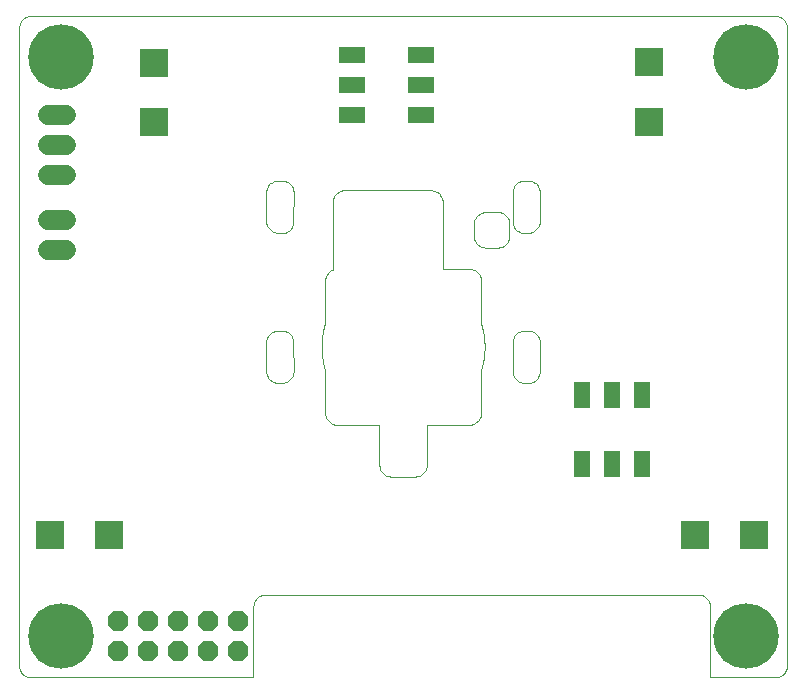
<source format=gbs>
G75*
%MOIN*%
%OFA0B0*%
%FSLAX25Y25*%
%IPPOS*%
%LPD*%
%AMOC8*
5,1,8,0,0,1.08239X$1,22.5*
%
%ADD10C,0.00004*%
%ADD11C,0.21800*%
%ADD12OC8,0.06800*%
%ADD13C,0.06800*%
%ADD14R,0.09400X0.09400*%
%ADD15R,0.05800X0.08800*%
%ADD16R,0.08800X0.05800*%
D10*
X0003842Y0003667D02*
X0004027Y0003504D01*
X0004223Y0003352D01*
X0004428Y0003213D01*
X0004640Y0003087D01*
X0004861Y0002975D01*
X0005088Y0002877D01*
X0005320Y0002793D01*
X0005558Y0002724D01*
X0005799Y0002670D01*
X0006044Y0002631D01*
X0006290Y0002608D01*
X0006537Y0002600D01*
X0080693Y0002600D01*
X0080691Y0026222D01*
X0080696Y0026428D01*
X0080750Y0026906D01*
X0080863Y0027373D01*
X0081031Y0027823D01*
X0081253Y0028250D01*
X0081525Y0028646D01*
X0081844Y0029006D01*
X0082204Y0029324D01*
X0082600Y0029597D01*
X0083026Y0029819D01*
X0083477Y0029987D01*
X0083944Y0030099D01*
X0084422Y0030154D01*
X0228978Y0030159D01*
X0229389Y0030137D01*
X0229863Y0030058D01*
X0230324Y0029922D01*
X0230765Y0029730D01*
X0231180Y0029486D01*
X0231561Y0029193D01*
X0231904Y0028856D01*
X0232203Y0028480D01*
X0232454Y0028070D01*
X0232654Y0027633D01*
X0232798Y0027174D01*
X0232885Y0026702D01*
X0232915Y0026222D01*
X0232915Y0002600D01*
X0254569Y0002600D01*
X0254816Y0002608D01*
X0255062Y0002631D01*
X0255306Y0002670D01*
X0255548Y0002724D01*
X0255785Y0002793D01*
X0256018Y0002877D01*
X0256245Y0002975D01*
X0256465Y0003087D01*
X0256678Y0003213D01*
X0256883Y0003352D01*
X0257078Y0003504D01*
X0257263Y0003667D01*
X0257439Y0003842D01*
X0257602Y0004027D01*
X0257754Y0004223D01*
X0257893Y0004428D01*
X0258019Y0004640D01*
X0258131Y0004861D01*
X0258229Y0005088D01*
X0258313Y0005320D01*
X0258382Y0005558D01*
X0258436Y0005799D01*
X0258474Y0006044D01*
X0258498Y0006290D01*
X0258506Y0006537D01*
X0258506Y0219135D01*
X0258498Y0219383D01*
X0258474Y0219629D01*
X0258436Y0219873D01*
X0258382Y0220115D01*
X0258313Y0220352D01*
X0258229Y0220585D01*
X0258131Y0220812D01*
X0258019Y0221032D01*
X0257893Y0221245D01*
X0257754Y0221450D01*
X0257602Y0221645D01*
X0257439Y0221830D01*
X0257263Y0222006D01*
X0257078Y0222169D01*
X0256883Y0222320D01*
X0256678Y0222459D01*
X0256465Y0222585D01*
X0256245Y0222698D01*
X0256018Y0222796D01*
X0255785Y0222880D01*
X0255548Y0222949D01*
X0255306Y0223003D01*
X0255062Y0223041D01*
X0254816Y0223065D01*
X0254569Y0223072D01*
X0006537Y0223072D01*
X0006290Y0223065D01*
X0006044Y0223041D01*
X0005799Y0223003D01*
X0005558Y0222949D01*
X0005320Y0222880D01*
X0005088Y0222796D01*
X0004861Y0222698D01*
X0004640Y0222585D01*
X0004428Y0222459D01*
X0004223Y0222320D01*
X0004027Y0222169D01*
X0003842Y0222006D01*
X0003667Y0221830D01*
X0003504Y0221645D01*
X0003352Y0221450D01*
X0003213Y0221245D01*
X0003087Y0221032D01*
X0002975Y0220812D01*
X0002877Y0220585D01*
X0002793Y0220352D01*
X0002724Y0220115D01*
X0002670Y0219873D01*
X0002631Y0219629D01*
X0002608Y0219383D01*
X0002600Y0219135D01*
X0002600Y0006537D01*
X0002608Y0006290D01*
X0002631Y0006044D01*
X0002670Y0005799D01*
X0002724Y0005558D01*
X0002793Y0005320D01*
X0002877Y0005088D01*
X0002975Y0004861D01*
X0003087Y0004640D01*
X0003213Y0004428D01*
X0003352Y0004223D01*
X0003504Y0004027D01*
X0003667Y0003842D01*
X0003842Y0003667D01*
X0086336Y0101696D02*
X0085993Y0102033D01*
X0085694Y0102409D01*
X0085443Y0102819D01*
X0085243Y0103256D01*
X0085099Y0103715D01*
X0085011Y0104187D01*
X0084982Y0104667D01*
X0084984Y0114450D01*
X0085030Y0114928D01*
X0085135Y0115398D01*
X0085295Y0115851D01*
X0085509Y0116281D01*
X0085775Y0116682D01*
X0086087Y0117048D01*
X0086441Y0117372D01*
X0086833Y0117651D01*
X0087255Y0117881D01*
X0087702Y0118057D01*
X0088168Y0118177D01*
X0088644Y0118240D01*
X0090100Y0118250D01*
X0090306Y0118244D01*
X0090784Y0118190D01*
X0091251Y0118078D01*
X0091701Y0117909D01*
X0092128Y0117687D01*
X0092524Y0117415D01*
X0092884Y0117096D01*
X0093202Y0116736D01*
X0093475Y0116340D01*
X0093696Y0115914D01*
X0093865Y0115464D01*
X0093977Y0114996D01*
X0094031Y0114519D01*
X0094035Y0104530D01*
X0093989Y0104051D01*
X0093885Y0103582D01*
X0093724Y0103129D01*
X0093509Y0102698D01*
X0093244Y0102298D01*
X0092932Y0101932D01*
X0092578Y0101607D01*
X0092186Y0101328D01*
X0091764Y0101099D01*
X0091317Y0100923D01*
X0090851Y0100802D01*
X0090375Y0100740D01*
X0088919Y0100730D01*
X0088507Y0100752D01*
X0088033Y0100831D01*
X0087572Y0100967D01*
X0087131Y0101159D01*
X0086717Y0101403D01*
X0086336Y0101696D01*
X0104194Y0106264D02*
X0104083Y0106725D01*
X0103981Y0107188D01*
X0103887Y0107653D01*
X0103800Y0108119D01*
X0103722Y0108587D01*
X0103652Y0109056D01*
X0103590Y0109526D01*
X0103536Y0109996D01*
X0103491Y0110469D01*
X0103454Y0110941D01*
X0103425Y0111415D01*
X0103404Y0111888D01*
X0103391Y0112362D01*
X0103387Y0112836D01*
X0103391Y0113310D01*
X0103404Y0113784D01*
X0103425Y0114258D01*
X0103454Y0114731D01*
X0103491Y0115204D01*
X0103536Y0115676D01*
X0103590Y0116147D01*
X0103652Y0116617D01*
X0103722Y0117086D01*
X0103800Y0117554D01*
X0103887Y0118020D01*
X0103981Y0118484D01*
X0104083Y0118947D01*
X0104194Y0119408D01*
X0104313Y0119867D01*
X0104440Y0120324D01*
X0104570Y0120765D01*
X0104569Y0134883D01*
X0104574Y0135089D01*
X0104628Y0135567D01*
X0104741Y0136034D01*
X0104909Y0136485D01*
X0105131Y0136911D01*
X0105403Y0137307D01*
X0105722Y0137667D01*
X0106082Y0137986D01*
X0106478Y0138258D01*
X0106904Y0138480D01*
X0107133Y0138565D01*
X0107128Y0161065D01*
X0107133Y0161270D01*
X0107187Y0161748D01*
X0107300Y0162216D01*
X0107468Y0162666D01*
X0107690Y0163092D01*
X0107962Y0163488D01*
X0108281Y0163848D01*
X0108641Y0164167D01*
X0109037Y0164439D01*
X0109463Y0164661D01*
X0109913Y0164830D01*
X0110381Y0164942D01*
X0110859Y0164996D01*
X0139805Y0165002D01*
X0140216Y0164980D01*
X0140690Y0164901D01*
X0141151Y0164764D01*
X0141592Y0164572D01*
X0142006Y0164328D01*
X0142387Y0164036D01*
X0142730Y0163699D01*
X0143030Y0163323D01*
X0143281Y0162913D01*
X0143480Y0162476D01*
X0143625Y0162017D01*
X0143712Y0161544D01*
X0143742Y0161065D01*
X0143742Y0138819D01*
X0152600Y0138820D01*
X0153011Y0138799D01*
X0153485Y0138720D01*
X0153946Y0138583D01*
X0154387Y0138391D01*
X0154802Y0138147D01*
X0155183Y0137855D01*
X0155526Y0137518D01*
X0155825Y0137142D01*
X0156076Y0136732D01*
X0156276Y0136294D01*
X0156420Y0135836D01*
X0156507Y0135363D01*
X0156537Y0134883D01*
X0156537Y0120759D01*
X0156666Y0120324D01*
X0156793Y0119867D01*
X0156911Y0119408D01*
X0157022Y0118947D01*
X0157124Y0118484D01*
X0157219Y0118020D01*
X0157306Y0117554D01*
X0157383Y0117086D01*
X0157454Y0116617D01*
X0157516Y0116147D01*
X0157569Y0115676D01*
X0157615Y0115204D01*
X0157652Y0114731D01*
X0157681Y0114258D01*
X0157702Y0113784D01*
X0157714Y0113310D01*
X0157718Y0112836D01*
X0157714Y0112362D01*
X0157702Y0111888D01*
X0157681Y0111415D01*
X0157652Y0110941D01*
X0157615Y0110469D01*
X0157569Y0109996D01*
X0157516Y0109526D01*
X0157454Y0109056D01*
X0157383Y0108587D01*
X0157306Y0108119D01*
X0157219Y0107653D01*
X0157124Y0107188D01*
X0157022Y0106725D01*
X0156911Y0106264D01*
X0156793Y0105805D01*
X0156666Y0105348D01*
X0156537Y0104914D01*
X0156537Y0090789D01*
X0156531Y0090583D01*
X0156477Y0090106D01*
X0156365Y0089638D01*
X0156196Y0089188D01*
X0155975Y0088761D01*
X0155702Y0088365D01*
X0155384Y0088005D01*
X0155024Y0087687D01*
X0154628Y0087414D01*
X0154201Y0087193D01*
X0153751Y0087024D01*
X0153283Y0086912D01*
X0152806Y0086857D01*
X0138488Y0086856D01*
X0138427Y0086837D01*
X0138427Y0073466D01*
X0138421Y0073260D01*
X0138367Y0072783D01*
X0138255Y0072315D01*
X0138086Y0071865D01*
X0137865Y0071439D01*
X0137592Y0071043D01*
X0137274Y0070682D01*
X0136913Y0070364D01*
X0136517Y0070091D01*
X0136091Y0069870D01*
X0135641Y0069701D01*
X0135173Y0069589D01*
X0134696Y0069535D01*
X0126616Y0069529D01*
X0126410Y0069535D01*
X0125932Y0069589D01*
X0125465Y0069701D01*
X0125015Y0069870D01*
X0124588Y0070091D01*
X0124192Y0070364D01*
X0123832Y0070682D01*
X0123513Y0071043D01*
X0123241Y0071439D01*
X0123019Y0071865D01*
X0122851Y0072315D01*
X0122739Y0072783D01*
X0122684Y0073260D01*
X0122683Y0086836D01*
X0122624Y0086854D01*
X0108506Y0086852D01*
X0108300Y0086857D01*
X0107822Y0086912D01*
X0107355Y0087024D01*
X0106904Y0087193D01*
X0106478Y0087414D01*
X0106082Y0087687D01*
X0105722Y0088005D01*
X0105403Y0088365D01*
X0105131Y0088761D01*
X0104909Y0089188D01*
X0104741Y0089638D01*
X0104628Y0090106D01*
X0104574Y0090583D01*
X0104572Y0104901D01*
X0104440Y0105348D01*
X0104313Y0105805D01*
X0104194Y0106264D01*
X0091251Y0150902D02*
X0090784Y0150790D01*
X0090306Y0150735D01*
X0090100Y0150730D01*
X0088644Y0150739D01*
X0088168Y0150802D01*
X0087702Y0150923D01*
X0087255Y0151099D01*
X0086833Y0151328D01*
X0086441Y0151607D01*
X0086087Y0151932D01*
X0085775Y0152298D01*
X0085509Y0152698D01*
X0085295Y0153129D01*
X0085135Y0153582D01*
X0085030Y0154051D01*
X0084984Y0154530D01*
X0084982Y0164313D01*
X0085011Y0164792D01*
X0085099Y0165265D01*
X0085243Y0165723D01*
X0085443Y0166161D01*
X0085694Y0166570D01*
X0085993Y0166947D01*
X0086336Y0167284D01*
X0086717Y0167576D01*
X0087131Y0167820D01*
X0087572Y0168012D01*
X0088033Y0168148D01*
X0088507Y0168228D01*
X0088919Y0168250D01*
X0090375Y0168240D01*
X0090851Y0168177D01*
X0091317Y0168057D01*
X0091764Y0167881D01*
X0092186Y0167651D01*
X0092578Y0167372D01*
X0092932Y0167047D01*
X0093244Y0166682D01*
X0093509Y0166281D01*
X0093724Y0165851D01*
X0093885Y0165398D01*
X0093989Y0164928D01*
X0094035Y0164450D01*
X0094031Y0154461D01*
X0093977Y0153983D01*
X0093865Y0153516D01*
X0093696Y0153066D01*
X0093475Y0152639D01*
X0093202Y0152243D01*
X0092884Y0151883D01*
X0092524Y0151565D01*
X0092128Y0151292D01*
X0091701Y0151070D01*
X0091251Y0150902D01*
X0154180Y0149638D02*
X0154175Y0153781D01*
X0154180Y0153987D01*
X0154235Y0154465D01*
X0154347Y0154932D01*
X0154515Y0155382D01*
X0154737Y0155809D01*
X0155009Y0156205D01*
X0155328Y0156565D01*
X0155688Y0156883D01*
X0156084Y0157156D01*
X0156511Y0157378D01*
X0156961Y0157546D01*
X0157428Y0157658D01*
X0157906Y0157713D01*
X0162049Y0157718D01*
X0162460Y0157696D01*
X0162934Y0157617D01*
X0163395Y0157481D01*
X0163836Y0157289D01*
X0164250Y0157045D01*
X0164632Y0156752D01*
X0164974Y0156415D01*
X0165274Y0156039D01*
X0165525Y0155630D01*
X0165724Y0155192D01*
X0165869Y0154733D01*
X0165956Y0154261D01*
X0165986Y0153781D01*
X0165986Y0149844D01*
X0165980Y0149638D01*
X0165926Y0149160D01*
X0165814Y0148693D01*
X0165645Y0148243D01*
X0165424Y0147817D01*
X0165151Y0147420D01*
X0164833Y0147060D01*
X0164472Y0146742D01*
X0164076Y0146469D01*
X0163650Y0146248D01*
X0163200Y0146079D01*
X0162732Y0145967D01*
X0162255Y0145913D01*
X0158112Y0145907D01*
X0157906Y0145913D01*
X0157428Y0145967D01*
X0156961Y0146079D01*
X0156511Y0146248D01*
X0156084Y0146469D01*
X0155688Y0146742D01*
X0155328Y0147060D01*
X0155009Y0147420D01*
X0154737Y0147817D01*
X0154515Y0148243D01*
X0154347Y0148693D01*
X0154235Y0149160D01*
X0154180Y0149638D01*
X0167128Y0153983D02*
X0167074Y0154461D01*
X0167071Y0164450D01*
X0167117Y0164928D01*
X0167221Y0165398D01*
X0167381Y0165851D01*
X0167596Y0166281D01*
X0167861Y0166682D01*
X0168174Y0167047D01*
X0168528Y0167372D01*
X0168919Y0167651D01*
X0169342Y0167881D01*
X0169789Y0168057D01*
X0170254Y0168177D01*
X0170731Y0168240D01*
X0172187Y0168250D01*
X0172598Y0168228D01*
X0173072Y0168148D01*
X0173533Y0168012D01*
X0173974Y0167820D01*
X0174388Y0167576D01*
X0174769Y0167284D01*
X0175112Y0166947D01*
X0175411Y0166570D01*
X0175663Y0166161D01*
X0175862Y0165723D01*
X0176007Y0165265D01*
X0176094Y0164792D01*
X0176124Y0164313D01*
X0176121Y0154530D01*
X0176075Y0154051D01*
X0175971Y0153582D01*
X0175811Y0153129D01*
X0175596Y0152698D01*
X0175331Y0152298D01*
X0175019Y0151932D01*
X0174664Y0151607D01*
X0174273Y0151328D01*
X0173850Y0151099D01*
X0173403Y0150923D01*
X0172938Y0150802D01*
X0172461Y0150739D01*
X0171006Y0150730D01*
X0170800Y0150735D01*
X0170322Y0150790D01*
X0169854Y0150902D01*
X0169404Y0151070D01*
X0168978Y0151292D01*
X0168581Y0151565D01*
X0168222Y0151883D01*
X0167903Y0152243D01*
X0167631Y0152639D01*
X0167409Y0153066D01*
X0167241Y0153516D01*
X0167128Y0153983D01*
X0170800Y0118244D02*
X0171006Y0118250D01*
X0172461Y0118240D01*
X0172938Y0118177D01*
X0173403Y0118057D01*
X0173850Y0117881D01*
X0174273Y0117651D01*
X0174664Y0117372D01*
X0175019Y0117048D01*
X0175331Y0116682D01*
X0175596Y0116281D01*
X0175811Y0115851D01*
X0175971Y0115398D01*
X0176075Y0114928D01*
X0176121Y0114450D01*
X0176124Y0104667D01*
X0176094Y0104187D01*
X0176007Y0103715D01*
X0175862Y0103256D01*
X0175663Y0102819D01*
X0175411Y0102409D01*
X0175112Y0102033D01*
X0174769Y0101696D01*
X0174388Y0101403D01*
X0173974Y0101159D01*
X0173533Y0100967D01*
X0173072Y0100831D01*
X0172598Y0100752D01*
X0172187Y0100730D01*
X0170731Y0100740D01*
X0170254Y0100802D01*
X0169789Y0100923D01*
X0169342Y0101099D01*
X0168919Y0101328D01*
X0168528Y0101607D01*
X0168174Y0101932D01*
X0167861Y0102298D01*
X0167596Y0102698D01*
X0167381Y0103129D01*
X0167221Y0103582D01*
X0167117Y0104051D01*
X0167071Y0104530D01*
X0167074Y0114519D01*
X0167128Y0114996D01*
X0167241Y0115464D01*
X0167409Y0115914D01*
X0167631Y0116340D01*
X0167903Y0116736D01*
X0168222Y0117096D01*
X0168581Y0117415D01*
X0168978Y0117687D01*
X0169404Y0117909D01*
X0169854Y0118078D01*
X0170322Y0118190D01*
X0170800Y0118244D01*
D11*
X0244726Y0209293D03*
X0244726Y0016380D03*
X0016380Y0016380D03*
X0016380Y0209293D03*
D12*
X0035553Y0021380D03*
X0045553Y0021380D03*
X0055553Y0021380D03*
X0065553Y0021380D03*
X0075553Y0021380D03*
X0075553Y0011380D03*
X0065553Y0011380D03*
X0055553Y0011380D03*
X0045553Y0011380D03*
X0035553Y0011380D03*
D13*
X0018100Y0145100D02*
X0012100Y0145100D01*
X0012100Y0155100D02*
X0018100Y0155100D01*
X0018100Y0170100D02*
X0012100Y0170100D01*
X0012100Y0180100D02*
X0018100Y0180100D01*
X0018100Y0190100D02*
X0012100Y0190100D01*
D14*
X0047600Y0187600D03*
X0047600Y0207285D03*
X0032600Y0050100D03*
X0012915Y0050100D03*
X0212600Y0187915D03*
X0212600Y0207600D03*
X0227915Y0050100D03*
X0247600Y0050100D03*
D15*
X0210100Y0073600D03*
X0200100Y0073600D03*
X0190100Y0073600D03*
X0190100Y0096600D03*
X0200100Y0096600D03*
X0210100Y0096600D03*
D16*
X0136600Y0190100D03*
X0136600Y0200100D03*
X0136600Y0210100D03*
X0113600Y0210100D03*
X0113600Y0200100D03*
X0113600Y0190100D03*
M02*

</source>
